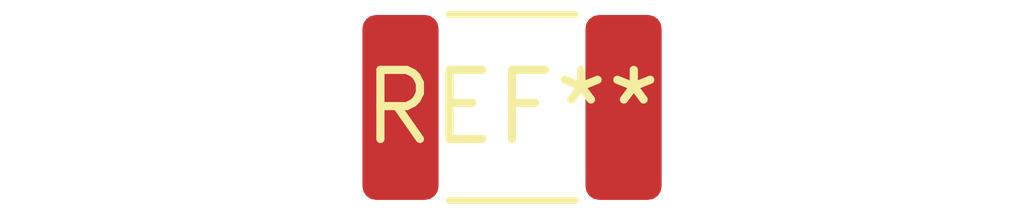
<source format=kicad_pcb>
(kicad_pcb (version 20240108) (generator pcbnew)
  (layers (0 "F.Cu" signal) (31 "B.Cu" signal) (34 "B.Paste" user) (35 "F.Paste" user) (36 "B.SilkS" user "B.Silkscreen") (37 "F.SilkS" user "F.Silkscreen") (38 "B.Mask" user) (39 "F.Mask" user) (44 "Edge.Cuts" user))
  (net 0 "")
  (footprint "C_1812_4532Metric" (layer "F.Cu") (at 0 0)
    (property "Reference" "REF**")
    (property "Value" "C_1812_4532Metric")
    (fp_line (start -1.161252 -1.71) (end 1.161252 -1.71) (layer "F.SilkS") (stroke (width 0.12)))
    (fp_line (start -1.161252 1.71) (end 1.161252 1.71) (layer "F.SilkS") (stroke (width 0.12)))
    (pad "1" smd roundrect (at -2.05 0) (size 1.4 3.4) (layers "F.Cu" "F.Paste" "F.Mask") (roundrect_rratio 0.178571))
    (pad "2" smd roundrect (at 2.05 0) (size 1.4 3.4) (layers "F.Cu" "F.Paste" "F.Mask") (roundrect_rratio 0.178571))
  )
)
</source>
